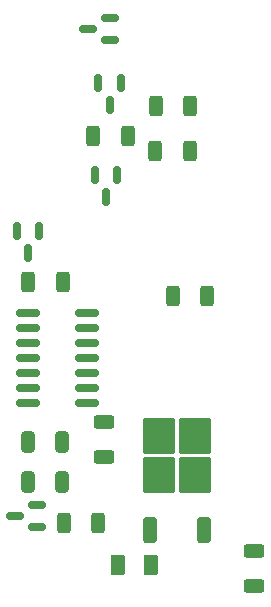
<source format=gbr>
%TF.GenerationSoftware,KiCad,Pcbnew,8.0.6*%
%TF.CreationDate,2025-02-12T14:43:40-05:00*%
%TF.ProjectId,PwrModule,5077724d-6f64-4756-9c65-2e6b69636164,rev?*%
%TF.SameCoordinates,Original*%
%TF.FileFunction,Paste,Bot*%
%TF.FilePolarity,Positive*%
%FSLAX46Y46*%
G04 Gerber Fmt 4.6, Leading zero omitted, Abs format (unit mm)*
G04 Created by KiCad (PCBNEW 8.0.6) date 2025-02-12 14:43:40*
%MOMM*%
%LPD*%
G01*
G04 APERTURE LIST*
G04 Aperture macros list*
%AMRoundRect*
0 Rectangle with rounded corners*
0 $1 Rounding radius*
0 $2 $3 $4 $5 $6 $7 $8 $9 X,Y pos of 4 corners*
0 Add a 4 corners polygon primitive as box body*
4,1,4,$2,$3,$4,$5,$6,$7,$8,$9,$2,$3,0*
0 Add four circle primitives for the rounded corners*
1,1,$1+$1,$2,$3*
1,1,$1+$1,$4,$5*
1,1,$1+$1,$6,$7*
1,1,$1+$1,$8,$9*
0 Add four rect primitives between the rounded corners*
20,1,$1+$1,$2,$3,$4,$5,0*
20,1,$1+$1,$4,$5,$6,$7,0*
20,1,$1+$1,$6,$7,$8,$9,0*
20,1,$1+$1,$8,$9,$2,$3,0*%
G04 Aperture macros list end*
%ADD10RoundRect,0.250000X0.325000X0.650000X-0.325000X0.650000X-0.325000X-0.650000X0.325000X-0.650000X0*%
%ADD11RoundRect,0.250000X0.625000X-0.312500X0.625000X0.312500X-0.625000X0.312500X-0.625000X-0.312500X0*%
%ADD12RoundRect,0.250000X0.375000X0.625000X-0.375000X0.625000X-0.375000X-0.625000X0.375000X-0.625000X0*%
%ADD13RoundRect,0.250000X0.312500X0.625000X-0.312500X0.625000X-0.312500X-0.625000X0.312500X-0.625000X0*%
%ADD14RoundRect,0.250000X0.350000X-0.850000X0.350000X0.850000X-0.350000X0.850000X-0.350000X-0.850000X0*%
%ADD15RoundRect,0.250000X1.125000X-1.275000X1.125000X1.275000X-1.125000X1.275000X-1.125000X-1.275000X0*%
%ADD16RoundRect,0.150000X0.587500X0.150000X-0.587500X0.150000X-0.587500X-0.150000X0.587500X-0.150000X0*%
%ADD17RoundRect,0.150000X-0.150000X0.587500X-0.150000X-0.587500X0.150000X-0.587500X0.150000X0.587500X0*%
%ADD18RoundRect,0.250000X-0.625000X0.312500X-0.625000X-0.312500X0.625000X-0.312500X0.625000X0.312500X0*%
%ADD19RoundRect,0.250000X-0.312500X-0.625000X0.312500X-0.625000X0.312500X0.625000X-0.312500X0.625000X0*%
%ADD20RoundRect,0.150000X-0.825000X-0.150000X0.825000X-0.150000X0.825000X0.150000X-0.825000X0.150000X0*%
G04 APERTURE END LIST*
D10*
%TO.C,C1*%
X107730000Y-78330000D03*
X104780000Y-78330000D03*
%TD*%
D11*
%TO.C,R2*%
X123990000Y-90512500D03*
X123990000Y-87587500D03*
%TD*%
D12*
%TO.C,F1*%
X115220000Y-88760000D03*
X112420000Y-88760000D03*
%TD*%
D13*
%TO.C,R5*%
X113255000Y-52450000D03*
X110330000Y-52450000D03*
%TD*%
D14*
%TO.C,Q2*%
X119710000Y-85790000D03*
D15*
X115905000Y-81165000D03*
X118955000Y-81165000D03*
X115905000Y-77815000D03*
X118955000Y-77815000D03*
D14*
X115150000Y-85790000D03*
%TD*%
D16*
%TO.C,Q1*%
X105607500Y-83657500D03*
X105607500Y-85557500D03*
X103732500Y-84607500D03*
%TD*%
D17*
%TO.C,Q6*%
X103850000Y-60425000D03*
X105750000Y-60425000D03*
X104800000Y-62300000D03*
%TD*%
D10*
%TO.C,C2*%
X107730000Y-81680000D03*
X104780000Y-81680000D03*
%TD*%
D18*
%TO.C,R8*%
X111230000Y-76675000D03*
X111230000Y-79600000D03*
%TD*%
D13*
%TO.C,R3*%
X120000000Y-66000000D03*
X117075000Y-66000000D03*
%TD*%
D19*
%TO.C,R7*%
X104837500Y-64800000D03*
X107762500Y-64800000D03*
%TD*%
D17*
%TO.C,Q4*%
X110770000Y-47945000D03*
X112670000Y-47945000D03*
X111720000Y-49820000D03*
%TD*%
D19*
%TO.C,R1*%
X107855000Y-85170000D03*
X110780000Y-85170000D03*
%TD*%
D20*
%TO.C,U1*%
X104850000Y-75050000D03*
X104850000Y-73780000D03*
X104850000Y-72510000D03*
X104850000Y-71240000D03*
X104850000Y-69970000D03*
X104850000Y-68700000D03*
X104850000Y-67430000D03*
X109800000Y-67430000D03*
X109800000Y-68700000D03*
X109800000Y-69970000D03*
X109800000Y-71240000D03*
X109800000Y-72510000D03*
X109800000Y-73780000D03*
X109800000Y-75050000D03*
%TD*%
D16*
%TO.C,Q3*%
X111790000Y-42430000D03*
X111790000Y-44330000D03*
X109915000Y-43380000D03*
%TD*%
D17*
%TO.C,Q5*%
X110460000Y-55715000D03*
X112360000Y-55715000D03*
X111410000Y-57590000D03*
%TD*%
D19*
%TO.C,R6*%
X115605000Y-53690000D03*
X118530000Y-53690000D03*
%TD*%
%TO.C,R4*%
X115620000Y-49920000D03*
X118545000Y-49920000D03*
%TD*%
M02*

</source>
